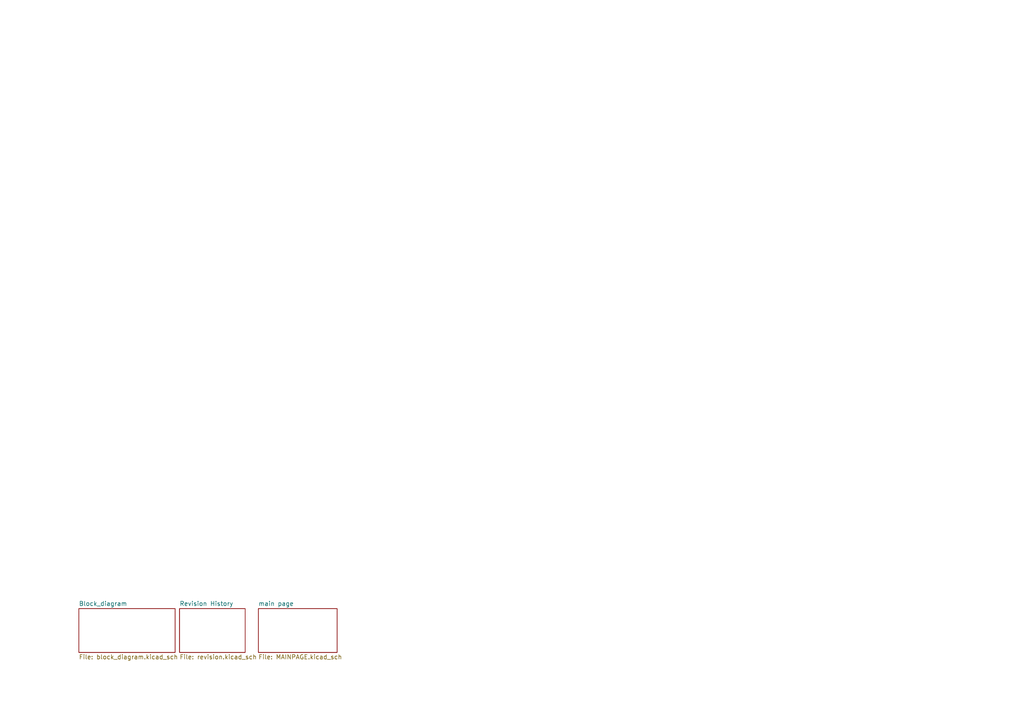
<source format=kicad_sch>
(kicad_sch
	(version 20250114)
	(generator "eeschema")
	(generator_version "9.0")
	(uuid "6db2a3ee-7a17-4784-b8bd-71e71afedfe9")
	(paper "A4")
	(lib_symbols)
	(sheet
		(at 74.93 176.53)
		(size 22.86 12.7)
		(exclude_from_sim no)
		(in_bom yes)
		(on_board yes)
		(dnp no)
		(fields_autoplaced yes)
		(stroke
			(width 0.1524)
			(type solid)
		)
		(fill
			(color 0 0 0 0.0000)
		)
		(uuid "3b5671ab-8c4a-422c-b80a-2895d5594d14")
		(property "Sheetname" "main page"
			(at 74.93 175.8184 0)
			(effects
				(font
					(size 1.27 1.27)
				)
				(justify left bottom)
			)
		)
		(property "Sheetfile" "MAINPAGE.kicad_sch"
			(at 74.93 189.8146 0)
			(effects
				(font
					(size 1.27 1.27)
				)
				(justify left top)
			)
		)
		(instances
			(project "GIGABIT_SWITCH"
				(path "/6db2a3ee-7a17-4784-b8bd-71e71afedfe9"
					(page "4")
				)
			)
		)
	)
	(sheet
		(at 52.07 176.53)
		(size 19.05 12.7)
		(exclude_from_sim no)
		(in_bom yes)
		(on_board yes)
		(dnp no)
		(fields_autoplaced yes)
		(stroke
			(width 0.1524)
			(type solid)
		)
		(fill
			(color 0 0 0 0.0000)
		)
		(uuid "a83e3f7d-62fa-441a-b2fd-b8020782ab19")
		(property "Sheetname" "Revision History"
			(at 52.07 175.8184 0)
			(effects
				(font
					(size 1.27 1.27)
				)
				(justify left bottom)
			)
		)
		(property "Sheetfile" "revision.kicad_sch"
			(at 52.07 189.8146 0)
			(effects
				(font
					(size 1.27 1.27)
				)
				(justify left top)
			)
		)
		(instances
			(project "GIGABIT_SWITCH"
				(path "/6db2a3ee-7a17-4784-b8bd-71e71afedfe9"
					(page "3")
				)
			)
		)
	)
	(sheet
		(at 22.86 176.53)
		(size 27.94 12.7)
		(exclude_from_sim no)
		(in_bom yes)
		(on_board yes)
		(dnp no)
		(fields_autoplaced yes)
		(stroke
			(width 0.1524)
			(type solid)
		)
		(fill
			(color 0 0 0 0.0000)
		)
		(uuid "b2d8e06c-df1d-47ba-9447-58cbba6dfb0b")
		(property "Sheetname" "Block_diagram"
			(at 22.86 175.8184 0)
			(effects
				(font
					(size 1.27 1.27)
				)
				(justify left bottom)
			)
		)
		(property "Sheetfile" "block_diagram.kicad_sch"
			(at 22.86 189.8146 0)
			(effects
				(font
					(size 1.27 1.27)
				)
				(justify left top)
			)
		)
		(instances
			(project "GIGABIT_SWITCH"
				(path "/6db2a3ee-7a17-4784-b8bd-71e71afedfe9"
					(page "2")
				)
			)
		)
	)
	(sheet_instances
		(path "/"
			(page "1")
		)
	)
	(embedded_fonts no)
)

</source>
